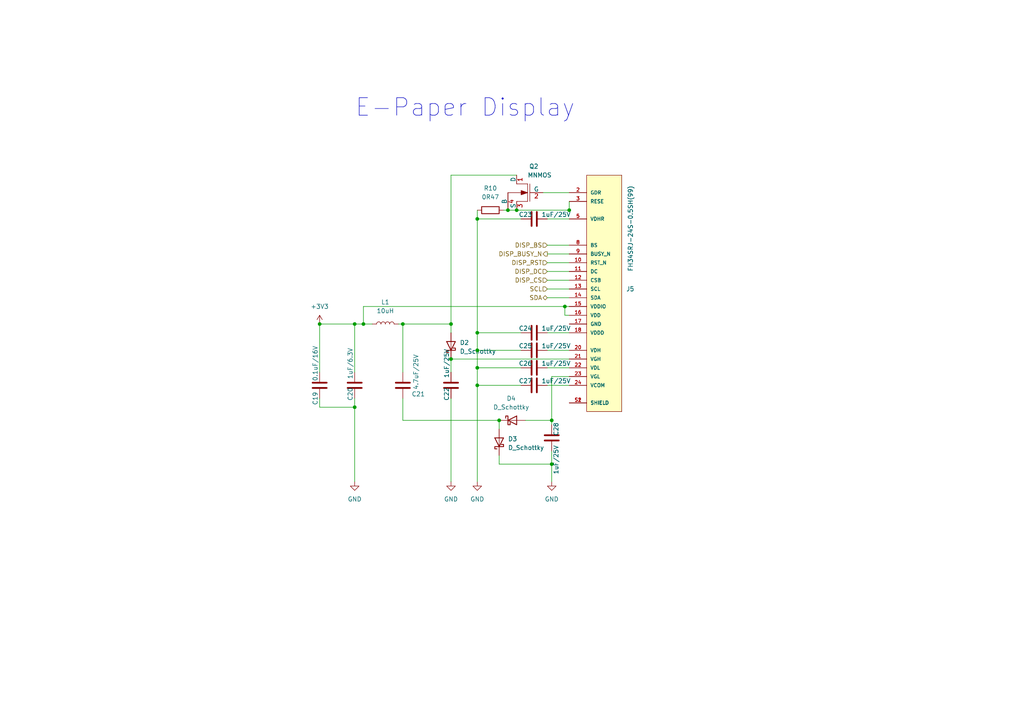
<source format=kicad_sch>
(kicad_sch (version 20211123) (generator eeschema)
  (paper "A4")
  (title_block (title "FabReader2") (date "2022-05-10") (rev "0.1") (company "RLKM UG (haftungsbeschränkt)") (comment 1 "Autoren: Joseph Langosch, Kai Kriegel"))
  (lib_symbols
    (symbol "Device:C" (pin_numbers hide) (pin_names (offset 0.254))
      (property "Reference" "C" (at 0.635 2.54 0))
      (property "Value" "C" (at 0.635 -2.54 0))
      (symbol "C_0_1"
        (polyline (pts (xy -2.032 -0.762) (xy 2.032 -0.762)) (stroke (width 0.508)))
        (polyline (pts (xy -2.032 0.762) (xy 2.032 0.762)) (stroke (width 0.508)))
      )
      (symbol "C_1_1"
        (pin passive line (at 0 3.81 270) (length 2.794) (name "~") (number "1"))
        (pin passive line (at 0 -3.81 90) (length 2.794) (name "~") (number "2"))
      )
    )
    (symbol "Device:D_Schottky" (pin_numbers hide) (pin_names (offset 1.016) hide)
      (property "Reference" "D" (at 0 2.54 0))
      (property "Value" "D_Schottky" (at 0 -2.54 0))
      (symbol "D_Schottky_0_1"
        (polyline (pts (xy 1.27 0) (xy -1.27 0)))
        (polyline (pts (xy 1.27 1.27) (xy 1.27 -1.27) (xy -1.27 0) (xy 1.27 1.27)) (stroke (width 0.254)))
        (polyline (pts (xy -1.905 0.635) (xy -1.905 1.27) (xy -1.27 1.27) (xy -1.27 -1.27) (xy -0.635 -1.27) (xy -0.635 -0.635)) (stroke (width 0.254)))
      )
      (symbol "D_Schottky_1_1"
        (pin passive line (at -3.81 0 0) (length 2.54) (name "K") (number "1"))
        (pin passive line (at 3.81 0 180) (length 2.54) (name "A") (number "2"))
      )
    )
    (symbol "Device:L" (pin_numbers hide) (pin_names (offset 1.016) hide)
      (property "Reference" "L" (at -1.27 0 90))
      (property "Value" "L" (at 1.905 0 90))
      (symbol "L_0_1"
        (arc (start 0 -2.54) (mid 0.635 -1.905) (end 0 -1.27))
        (arc (start 0 -1.27) (mid 0.635 -0.635) (end 0 0))
        (arc (start 0 0) (mid 0.635 0.635) (end 0 1.27))
        (arc (start 0 1.27) (mid 0.635 1.905) (end 0 2.54))
      )
      (symbol "L_1_1"
        (pin passive line (at 0 3.81 270) (length 1.27) (name "1") (number "1"))
        (pin passive line (at 0 -3.81 90) (length 1.27) (name "2") (number "2"))
      )
    )
    (symbol "Device:R" (pin_numbers hide) (pin_names (offset 0))
      (property "Reference" "R" (at 2.032 0 90))
      (property "Value" "R" (at 0 0 90))
      (symbol "R_0_1"
        (rectangle (start -1.016 -2.54) (end 1.016 2.54) (stroke (width 0.254)))
      )
      (symbol "R_1_1"
        (pin passive line (at 0 3.81 270) (length 1.27) (name "~") (number "1"))
        (pin passive line (at 0 -3.81 90) (length 1.27) (name "~") (number "2"))
      )
    )
    (symbol "FH34SRJ-24S-0.5SH_99_:FH34SRJ-24S-0.5SH(99)" (pin_names (offset 1.016))
      (property "Reference" "J1" (at 6.35 0.0001 0))
      (property "Value" "FH34SRJ-24S-0.5SH(99)" (at 6.35 -2.5399 0))
      (symbol "FH34SRJ-24S-0.5SH(99)_0_0"
        (rectangle (start -5.08 -35.56) (end 5.08 33.02) (fill (type background)))
        (pin passive line (at -10.16 30.48 0) (length 5.08) hide (name "NC") (number "1"))
        (pin passive line (at -10.16 7.62 0) (length 5.08) (name "RST_N") (number "10"))
        (pin passive line (at -10.16 5.08 0) (length 5.08) (name "DC") (number "11"))
        (pin passive line (at -10.16 2.54 0) (length 5.08) (name "CSB") (number "12"))
        (pin passive line (at -10.16 0 0) (length 5.08) (name "SCL") (number "13"))
        (pin passive line (at -10.16 -2.54 0) (length 5.08) (name "SDA") (number "14"))
        (pin passive line (at -10.16 -5.08 0) (length 5.08) (name "VDDIO") (number "15"))
        (pin passive line (at -10.16 -7.62 0) (length 5.08) (name "VDD") (number "16"))
        (pin passive line (at -10.16 -10.16 0) (length 5.08) (name "GND") (number "17"))
        (pin passive line (at -10.16 -12.7 0) (length 5.08) (name "VDDD") (number "18"))
        (pin passive line (at -10.16 -15.24 0) (length 5.08) hide (name "NC") (number "19"))
        (pin passive line (at -10.16 27.94 0) (length 5.08) (name "GDR") (number "2"))
        (pin passive line (at -10.16 -17.78 0) (length 5.08) (name "VDH") (number "20"))
        (pin passive line (at -10.16 -20.32 0) (length 5.08) (name "VGH") (number "21"))
        (pin passive line (at -10.16 -22.86 0) (length 5.08) (name "VDL") (number "22"))
        (pin passive line (at -10.16 -25.4 0) (length 5.08) (name "VGL") (number "23"))
        (pin passive line (at -10.16 -27.94 0) (length 5.08) (name "VCOM") (number "24"))
        (pin passive line (at -10.16 25.4 0) (length 5.08) (name "RESE") (number "3"))
        (pin passive line (at -10.16 22.86 0) (length 5.08) hide (name "NC") (number "4"))
        (pin passive line (at -10.16 20.32 0) (length 5.08) (name "VDHR") (number "5"))
        (pin passive line (at -10.16 17.78 0) (length 5.08) hide (name "NC") (number "6"))
        (pin passive line (at -10.16 15.24 0) (length 5.08) hide (name "NC") (number "7"))
        (pin passive line (at -10.16 12.7 0) (length 5.08) (name "BS") (number "8"))
        (pin passive line (at -10.16 10.16 0) (length 5.08) (name "BUSY_N") (number "9"))
        (pin passive line (at -10.16 -33.02 0) (length 5.08) (name "SHIELD") (number "S1"))
        (pin passive line (at -10.16 -33.02 0) (length 5.08) (name "SHIELD") (number "S2"))
      )
    )
    (symbol "power:+3V3" (power) (pin_names (offset 0))
      (property "Value" "+3V3" (at 0 3.556 0))
      (symbol "+3V3_0_1"
        (polyline (pts (xy -0.762 1.27) (xy 0 2.54)))
        (polyline (pts (xy 0 0) (xy 0 2.54)))
        (polyline (pts (xy 0 2.54) (xy 0.762 1.27)))
      )
      (symbol "+3V3_1_1"
        (pin power_in line (at 0 0 90) (length 0) hide (name "+3V3") (number "1"))
      )
    )
    (symbol "power:GND" (power) (pin_names (offset 0))
      (property "Value" "GND" (at 0 -3.81 0))
      (symbol "GND_0_1"
        (polyline (pts (xy 0 0) (xy 0 -1.27) (xy 1.27 -1.27) (xy 0 -2.54) (xy -1.27 -1.27) (xy 0 -1.27)))
      )
      (symbol "GND_1_1"
        (pin power_in line (at 0 0 270) (length 0) hide (name "GND") (number "1"))
      )
    )
    (symbol "pspice:MNMOS" (pin_names (offset 0))
      (property "Reference" "M" (at 7.62 1.27 0))
      (property "Value" "MNMOS" (at 7.62 -1.27 0))
      (symbol "MNMOS_0_1"
        (polyline (pts (xy -1.27 -2.54) (xy -1.27 2.54)))
        (polyline (pts (xy -0.635 -2.54) (xy 2.54 -2.54)))
        (polyline (pts (xy 2.54 2.54) (xy -0.635 2.54)))
        (polyline (pts (xy 5.08 0) (xy -0.635 0)))
        (polyline (pts (xy -0.635 0) (xy 1.27 0.635) (xy 1.27 -0.635) (xy -0.635 0)) (fill (type outline)))
      )
      (symbol "MNMOS_1_1"
        (polyline (pts (xy -0.635 -2.54) (xy -0.635 2.54)))
        (pin passive line (at 2.54 5.08 270) (length 2.54) (name "D") (number "1"))
        (pin input line (at -5.08 0 0) (length 3.81) (name "G") (number "2"))
        (pin passive line (at 2.54 -5.08 90) (length 2.54) (name "S") (number "3"))
        (pin input line (at 5.08 -5.08 90) (length 5.08) (name "B") (number "4"))
      )
    )
  )
  (junction (at 138.43 96.52))
  (junction (at 138.43 101.6))
  (junction (at 92.71 93.98))
  (junction (at 144.78 121.92))
  (junction (at 160.02 121.92))
  (junction (at 102.87 118.11))
  (junction (at 138.43 111.76))
  (junction (at 102.87 93.98))
  (junction (at 160.02 134.62))
  (junction (at 165.1 60.96))
  (junction (at 105.41 93.98))
  (junction (at 116.84 93.98))
  (junction (at 130.81 104.14))
  (junction (at 149.86 60.96))
  (junction (at 163.83 88.9))
  (junction (at 147.32 60.96))
  (junction (at 138.43 63.5))
  (junction (at 138.43 106.68))
  (junction (at 130.81 93.98))
  (wire (pts (xy 138.43 96.52) (xy 138.43 63.5)))
  (wire (pts (xy 144.78 134.62) (xy 160.02 134.62)))
  (wire (pts (xy 138.43 63.5) (xy 151.13 63.5)))
  (wire (pts (xy 130.81 115.57) (xy 130.81 139.7)))
  (wire (pts (xy 158.75 83.82) (xy 165.1 83.82)))
  (wire (pts (xy 138.43 106.68) (xy 138.43 101.6)))
  (wire (pts (xy 165.1 60.96) (xy 165.1 58.42)))
  (wire (pts (xy 158.75 71.12) (xy 165.1 71.12)))
  (wire (pts (xy 163.83 88.9) (xy 163.83 91.44)))
  (wire (pts (xy 158.75 106.68) (xy 165.1 106.68)))
  (wire (pts (xy 158.75 101.6) (xy 165.1 101.6)))
  (wire (pts (xy 116.84 121.92) (xy 144.78 121.92)))
  (wire (pts (xy 138.43 101.6) (xy 138.43 96.52)))
  (wire (pts (xy 102.87 107.95) (xy 102.87 93.98)))
  (wire (pts (xy 130.81 96.52) (xy 130.81 93.98)))
  (wire (pts (xy 158.75 86.36) (xy 165.1 86.36)))
  (wire (pts (xy 138.43 101.6) (xy 151.13 101.6)))
  (wire (pts (xy 160.02 134.62) (xy 160.02 139.7)))
  (wire (pts (xy 115.57 93.98) (xy 116.84 93.98)))
  (wire (pts (xy 116.84 107.95) (xy 116.84 93.98)))
  (wire (pts (xy 152.4 121.92) (xy 160.02 121.92)))
  (wire (pts (xy 105.41 88.9) (xy 163.83 88.9)))
  (wire (pts (xy 149.86 60.96) (xy 165.1 60.96)))
  (wire (pts (xy 158.75 111.76) (xy 165.1 111.76)))
  (wire (pts (xy 158.75 73.66) (xy 165.1 73.66)))
  (wire (pts (xy 138.43 96.52) (xy 151.13 96.52)))
  (wire (pts (xy 130.81 93.98) (xy 130.81 50.8)))
  (wire (pts (xy 130.81 104.14) (xy 165.1 104.14)))
  (wire (pts (xy 144.78 132.08) (xy 144.78 134.62)))
  (wire (pts (xy 138.43 63.5) (xy 138.43 60.96)))
  (wire (pts (xy 138.43 111.76) (xy 138.43 139.7)))
  (wire (pts (xy 92.71 93.98) (xy 102.87 93.98)))
  (wire (pts (xy 165.1 88.9) (xy 163.83 88.9)))
  (wire (pts (xy 102.87 93.98) (xy 105.41 93.98)))
  (wire (pts (xy 116.84 115.57) (xy 116.84 121.92)))
  (wire (pts (xy 138.43 111.76) (xy 138.43 106.68)))
  (wire (pts (xy 102.87 115.57) (xy 102.87 118.11)))
  (wire (pts (xy 158.75 63.5) (xy 165.1 63.5)))
  (wire (pts (xy 158.75 76.2) (xy 165.1 76.2)))
  (wire (pts (xy 158.75 96.52) (xy 165.1 96.52)))
  (wire (pts (xy 158.75 81.28) (xy 165.1 81.28)))
  (wire (pts (xy 146.05 60.96) (xy 147.32 60.96)))
  (wire (pts (xy 160.02 130.81) (xy 160.02 134.62)))
  (wire (pts (xy 151.13 111.76) (xy 138.43 111.76)))
  (wire (pts (xy 92.71 115.57) (xy 92.71 118.11)))
  (wire (pts (xy 163.83 91.44) (xy 165.1 91.44)))
  (wire (pts (xy 130.81 104.14) (xy 130.81 107.95)))
  (wire (pts (xy 105.41 93.98) (xy 105.41 88.9)))
  (wire (pts (xy 147.32 60.96) (xy 149.86 60.96)))
  (wire (pts (xy 160.02 109.22) (xy 160.02 121.92)))
  (wire (pts (xy 165.1 109.22) (xy 160.02 109.22)))
  (wire (pts (xy 102.87 118.11) (xy 102.87 139.7)))
  (wire (pts (xy 158.75 78.74) (xy 165.1 78.74)))
  (wire (pts (xy 144.78 121.92) (xy 144.78 124.46)))
  (wire (pts (xy 130.81 50.8) (xy 149.86 50.8)))
  (wire (pts (xy 105.41 93.98) (xy 107.95 93.98)))
  (wire (pts (xy 92.71 118.11) (xy 102.87 118.11)))
  (wire (pts (xy 138.43 106.68) (xy 151.13 106.68)))
  (wire (pts (xy 160.02 121.92) (xy 160.02 123.19)))
  (wire (pts (xy 116.84 93.98) (xy 130.81 93.98)))
  (wire (pts (xy 92.71 107.95) (xy 92.71 93.98)))
  (wire (pts (xy 157.48 55.88) (xy 165.1 55.88)))
  (text "E-Paper Display" (at 102.87 34.29 0) (effects (font (size 5.08 5.08)) (justify left bottom)))
  (hierarchical_label "DISP_DC" (shape input) (at 158.75 78.74 180))
  (hierarchical_label "DISP_BS" (shape input) (at 158.75 71.12 180))
  (hierarchical_label "SCL" (shape input) (at 158.75 83.82 180))
  (hierarchical_label "DISP_RST" (shape input) (at 158.75 76.2 180))
  (hierarchical_label "DISP_BUSY_N" (shape output) (at 158.75 73.66 180))
  (hierarchical_label "SDA" (shape bidirectional) (at 158.75 86.36 180))
  (hierarchical_label "DISP_CS" (shape input) (at 158.75 81.28 180))
  (symbol (lib_id "Device:L") (at 111.76 93.98 90) (unit 1)
    (property "Reference" "L1" (at 111.76 87.63 90))
    (property "Value" "10uH" (at 111.76 90.17 90))
  )
  (symbol (lib_id "Device:C") (at 154.94 106.68 90) (unit 1)
    (property "Reference" "C26" (at 152.4 105.41 90))
    (property "Value" "1uF/25V" (at 161.29 105.41 90))
    (property "Footprint" "Capacitor_SMD:C_0603_1608Metric" (effects hide))
  )
  (symbol (lib_id "power:GND") (at 130.81 139.7 0) (unit 1)
    (property "Reference" "#PWR037" (effects hide))
    (property "Value" "GND" (at 130.81 144.78 0))
  )
  (symbol (lib_id "Device:C") (at 154.94 96.52 90) (unit 1)
    (property "Reference" "C24" (at 152.4 95.25 90))
    (property "Value" "1uF/25V" (at 161.29 95.25 90))
    (property "Footprint" "Capacitor_SMD:C_0603_1608Metric" (effects hide))
  )
  (symbol (lib_id "power:+3V3") (at 92.71 93.98 0) (unit 1)
    (property "Reference" "#PWR035" (effects hide))
    (property "Value" "+3V3" (at 92.71 88.9 0))
  )
  (symbol (lib_id "Device:D_Schottky") (at 130.81 100.33 90) (unit 1)
    (property "Reference" "D2" (at 133.35 99.3774 90) (effects (justify right)))
    (property "Value" "D_Schottky" (at 133.35 101.9174 90) (effects (justify right)))
  )
  (symbol (lib_id "Device:C") (at 102.87 111.76 180) (unit 1)
    (property "Reference" "C20" (at 101.6 114.3 90))
    (property "Value" "1uF/6.3V" (at 101.6 105.41 90))
    (property "Footprint" "Capacitor_SMD:C_0603_1608Metric" (effects hide))
  )
  (symbol (lib_id "Device:C") (at 160.02 127 0) (unit 1)
    (property "Reference" "C28" (at 161.29 124.46 90))
    (property "Value" "1uF/25V" (at 161.29 133.35 90))
    (property "Footprint" "Capacitor_SMD:C_0603_1608Metric" (effects hide))
  )
  (symbol (lib_id "Device:C") (at 130.81 111.76 180) (unit 1)
    (property "Reference" "C22" (at 129.54 114.3 90))
    (property "Value" "1uF/25V" (at 129.54 105.41 90))
    (property "Footprint" "Capacitor_SMD:C_0603_1608Metric" (effects hide))
  )
  (symbol (lib_id "Device:C") (at 154.94 63.5 90) (unit 1)
    (property "Reference" "C23" (at 152.4 62.23 90))
    (property "Value" "1uF/25V" (at 161.29 62.23 90))
    (property "Footprint" "Capacitor_SMD:C_0603_1608Metric" (effects hide))
  )
  (symbol (lib_id "Device:R") (at 142.24 60.96 90) (unit 1)
    (property "Reference" "R10" (at 142.24 54.61 90))
    (property "Value" "0R47" (at 142.24 57.15 90))
    (property "Footprint" "Resistor_SMD:R_0603_1608Metric" (effects hide))
  )
  (symbol (lib_id "Device:C") (at 154.94 101.6 90) (unit 1)
    (property "Reference" "C25" (at 152.4 100.33 90))
    (property "Value" "1uF/25V" (at 161.29 100.33 90))
    (property "Footprint" "Capacitor_SMD:C_0603_1608Metric" (effects hide))
  )
  (symbol (lib_id "Device:D_Schottky") (at 148.59 121.92 0) (unit 1)
    (property "Reference" "D4" (at 148.2725 115.57 0))
    (property "Value" "D_Schottky" (at 148.2725 118.11 0))
  )
  (symbol (lib_id "pspice:MNMOS") (at 152.4 55.88 0) (mirror y) (unit 1)
    (property "Reference" "Q2" (at 156.21 48.26 0) (effects (justify left)))
    (property "Value" "MNMOS" (at 160.02 50.8 0) (effects (justify left)))
  )
  (symbol (lib_id "Device:D_Schottky") (at 144.78 128.27 90) (unit 1)
    (property "Reference" "D3" (at 147.32 127.3174 90) (effects (justify right)))
    (property "Value" "D_Schottky" (at 147.32 129.8574 90) (effects (justify right)))
  )
  (symbol (lib_id "power:GND") (at 160.02 139.7 0) (unit 1)
    (property "Reference" "#PWR039" (effects hide))
    (property "Value" "GND" (at 160.02 144.78 0))
  )
  (symbol (lib_id "FH34SRJ-24S-0.5SH_99_:FH34SRJ-24S-0.5SH(99)") (at 175.26 83.82 0) (unit 1)
    (property "Reference" "J5" (at 181.61 83.8199 0) (effects (justify left)))
    (property "Value" "FH34SRJ-24S-0.5SH(99)" (at 182.88 78.74 90) (effects (justify left)))
    (property "Footprint" "HRS_FH34SRJ-24S-0.5SH(99)" (effects hide))
    (property "MANUFACTURER" "HIROSE ELECTRIC" (effects hide))
    (property "MAXIMUM_PACKAGE_HEIGHT" "1.75mm" (effects hide))
    (property "PARTREV" "NA" (effects hide))
    (property "STANDARD" "Manufacturer Recommendations" (effects hide))
  )
  (symbol (lib_id "Device:C") (at 92.71 111.76 180) (unit 1)
    (property "Reference" "C19" (at 91.44 115.57 90))
    (property "Value" "0.1uF/16V" (at 91.44 105.41 90))
    (property "Footprint" "Capacitor_SMD:C_0603_1608Metric" (effects hide))
  )
  (symbol (lib_id "Device:C") (at 116.84 111.76 0) (unit 1)
    (property "Reference" "C21" (at 119.38 114.3 0) (effects (justify left)))
    (property "Value" "4.7uF/25V" (at 120.65 113.0299 90) (effects (justify left)))
  )
  (symbol (lib_id "power:GND") (at 138.43 139.7 0) (unit 1)
    (property "Reference" "#PWR038" (effects hide))
    (property "Value" "GND" (at 138.43 144.78 0))
  )
  (symbol (lib_id "Device:C") (at 154.94 111.76 90) (unit 1)
    (property "Reference" "C27" (at 152.4 110.49 90))
    (property "Value" "1uF/25V" (at 161.29 110.49 90))
    (property "Footprint" "Capacitor_SMD:C_0603_1608Metric" (effects hide))
  )
  (symbol (lib_id "power:GND") (at 102.87 139.7 0) (unit 1)
    (property "Reference" "#PWR036" (effects hide))
    (property "Value" "GND" (at 102.87 144.78 0))
  )
)
</source>
